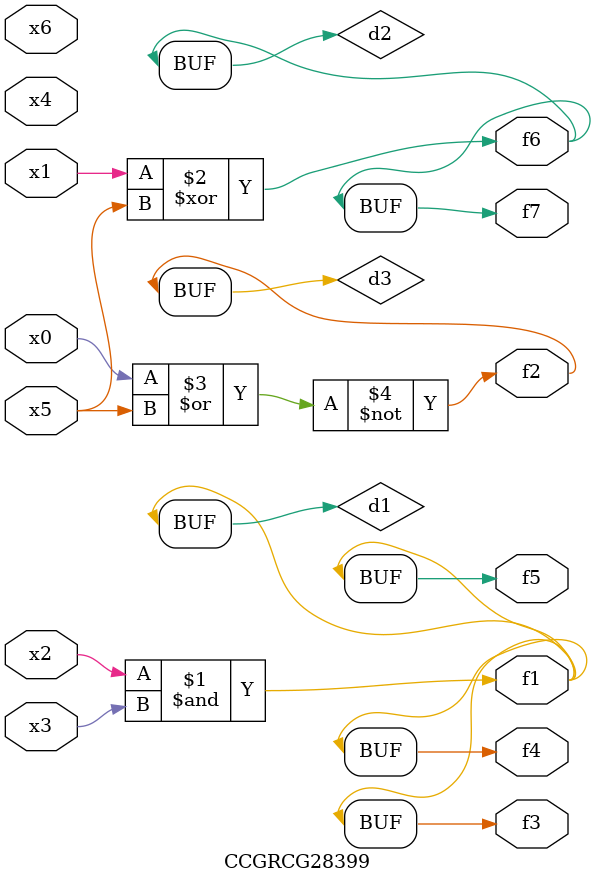
<source format=v>
module CCGRCG28399(
	input x0, x1, x2, x3, x4, x5, x6,
	output f1, f2, f3, f4, f5, f6, f7
);

	wire d1, d2, d3;

	and (d1, x2, x3);
	xor (d2, x1, x5);
	nor (d3, x0, x5);
	assign f1 = d1;
	assign f2 = d3;
	assign f3 = d1;
	assign f4 = d1;
	assign f5 = d1;
	assign f6 = d2;
	assign f7 = d2;
endmodule

</source>
